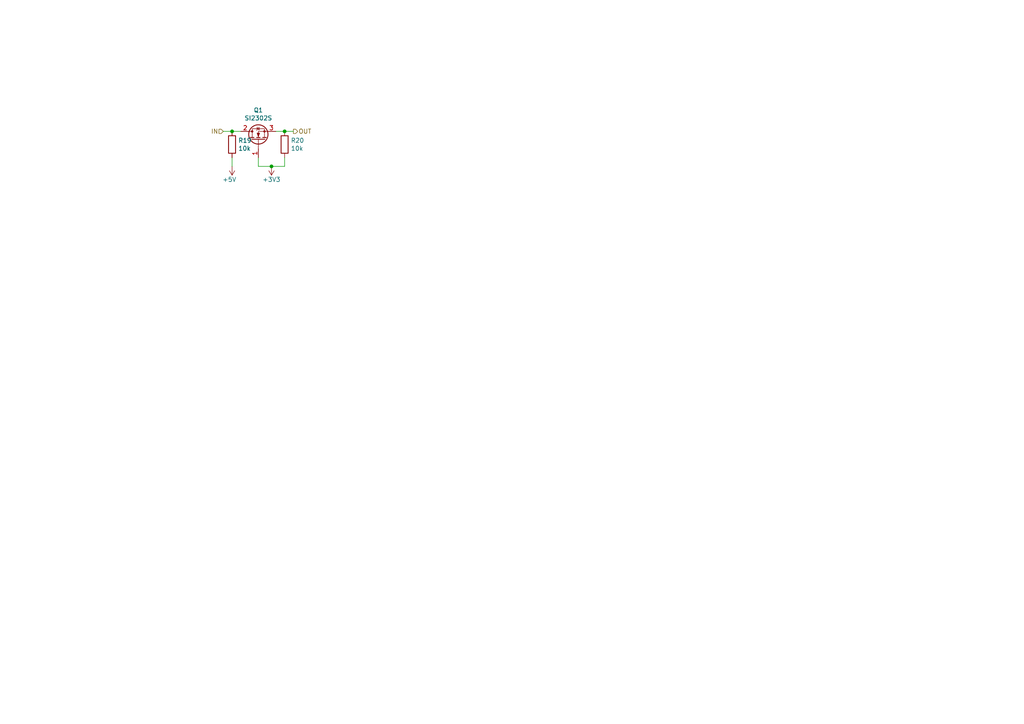
<source format=kicad_sch>
(kicad_sch (version 20211123) (generator eeschema)
  (paper "A4")
  (lib_symbols
    (symbol "Device:Q_NMOS_GDS" (pin_names (offset 0) hide)
      (property "Reference" "Q" (at 5.08 1.27 0))
      (property "Value" "Q_NMOS_GDS" (at 5.08 -1.27 0))
      (symbol "Q_NMOS_GDS_0_1"
        (polyline (pts (xy 0.254 0) (xy -2.54 0)))
        (polyline (pts (xy 0.254 1.905) (xy 0.254 -1.905)) (stroke (width 0.254)))
        (polyline (pts (xy 0.762 -1.27) (xy 0.762 -2.286)) (stroke (width 0.254)))
        (polyline (pts (xy 0.762 0.508) (xy 0.762 -0.508)) (stroke (width 0.254)))
        (polyline (pts (xy 0.762 2.286) (xy 0.762 1.27)) (stroke (width 0.254)))
        (polyline (pts (xy 2.54 2.54) (xy 2.54 1.778)))
        (polyline (pts (xy 2.54 -2.54) (xy 2.54 0) (xy 0.762 0)))
        (polyline (pts (xy 0.762 -1.778) (xy 3.302 -1.778) (xy 3.302 1.778) (xy 0.762 1.778)))
        (polyline (pts (xy 1.016 0) (xy 2.032 0.381) (xy 2.032 -0.381) (xy 1.016 0)) (fill (type outline)))
        (polyline (pts (xy 2.794 0.508) (xy 2.921 0.381) (xy 3.683 0.381) (xy 3.81 0.254)))
        (polyline (pts (xy 3.302 0.381) (xy 2.921 -0.254) (xy 3.683 -0.254) (xy 3.302 0.381)))
        (circle (center 1.651 0) (radius 2.794) (stroke (width 0.254)))
        (circle (center 2.54 -1.778) (radius 0.254) (fill (type outline)))
        (circle (center 2.54 1.778) (radius 0.254) (fill (type outline)))
      )
      (symbol "Q_NMOS_GDS_1_1"
        (pin input line (at -5.08 0 0) (length 2.54) (name "G") (number "1"))
        (pin passive line (at 2.54 5.08 270) (length 2.54) (name "D") (number "2"))
        (pin passive line (at 2.54 -5.08 90) (length 2.54) (name "S") (number "3"))
      )
    )
    (symbol "Device:R" (pin_numbers hide) (pin_names (offset 0))
      (property "Reference" "R" (at 2.032 0 90))
      (property "Value" "R" (at 0 0 90))
      (symbol "R_0_1"
        (rectangle (start -1.016 -2.54) (end 1.016 2.54) (stroke (width 0.254)))
      )
      (symbol "R_1_1"
        (pin passive line (at 0 3.81 270) (length 1.27) (name "~") (number "1"))
        (pin passive line (at 0 -3.81 90) (length 1.27) (name "~") (number "2"))
      )
    )
    (symbol "power:+3.3V" (power) (pin_names (offset 0))
      (property "Value" "+3.3V" (at 0 3.556 0))
      (symbol "+3.3V_0_1"
        (polyline (pts (xy -0.762 1.27) (xy 0 2.54)))
        (polyline (pts (xy 0 0) (xy 0 2.54)))
        (polyline (pts (xy 0 2.54) (xy 0.762 1.27)))
      )
      (symbol "+3.3V_1_1"
        (pin power_in line (at 0 0 90) (length 0) hide (name "+3V3") (number "1"))
      )
    )
    (symbol "power:+5V" (power) (pin_names (offset 0))
      (property "Value" "+5V" (at 0 3.556 0))
      (symbol "+5V_0_1"
        (polyline (pts (xy -0.762 1.27) (xy 0 2.54)))
        (polyline (pts (xy 0 0) (xy 0 2.54)))
        (polyline (pts (xy 0 2.54) (xy 0.762 1.27)))
      )
      (symbol "+5V_1_1"
        (pin power_in line (at 0 0 90) (length 0) hide (name "+5V") (number "1"))
      )
    )
  )
  (junction (at 78.74 48.26))
  (junction (at 67.31 38.1))
  (junction (at 82.55 38.1))
  (wire (pts (xy 80.01 38.1) (xy 82.55 38.1)))
  (wire (pts (xy 78.74 48.26) (xy 82.55 48.26)))
  (wire (pts (xy 74.93 48.26) (xy 78.74 48.26)))
  (wire (pts (xy 74.93 45.72) (xy 74.93 48.26)))
  (wire (pts (xy 67.31 38.1) (xy 69.85 38.1)))
  (wire (pts (xy 82.55 38.1) (xy 85.09 38.1)))
  (wire (pts (xy 64.77 38.1) (xy 67.31 38.1)))
  (wire (pts (xy 67.31 48.26) (xy 67.31 45.72)))
  (wire (pts (xy 82.55 48.26) (xy 82.55 45.72)))
  (hierarchical_label "IN" (shape input) (at 64.77 38.1 180))
  (hierarchical_label "OUT" (shape output) (at 85.09 38.1 0))
  (symbol (lib_id "Device:Q_NMOS_GDS") (at 74.93 40.64 90)
    (property "Reference" "Q1" (at 74.93 31.9532 90))
    (property "Value" "SI2302S" (at 74.93 34.2646 90))
    (property "Footprint" "Package_TO_SOT_SMD:SOT-23" (effects hide))
  )
  (symbol (lib_id "Device:R") (at 67.31 41.91 0)
    (property "Reference" "R19" (at 69.088 40.7416 0) (effects (justify left)))
    (property "Value" "10k" (at 69.088 43.053 0) (effects (justify left)))
    (property "Footprint" "Resistor_SMD:R_0805_2012Metric_Pad1.20x1.40mm_HandSolder" (effects hide))
  )
  (symbol (lib_id "power:+5V") (at 67.31 48.26 180)
    (property "Reference" "#PWR049" (effects hide))
    (property "Value" "+5V" (at 68.58 52.07 0) (effects (justify left)))
  )
  (symbol (lib_id "Device:R") (at 82.55 41.91 0)
    (property "Reference" "R20" (at 84.328 40.7416 0) (effects (justify left)))
    (property "Value" "10k" (at 84.328 43.053 0) (effects (justify left)))
    (property "Footprint" "Resistor_SMD:R_0805_2012Metric_Pad1.20x1.40mm_HandSolder" (effects hide))
  )
  (symbol (lib_id "power:+3.3V") (at 78.74 48.26 180)
    (property "Reference" "#PWR050" (effects hide))
    (property "Value" "+3.3V" (at 78.74 52.07 0))
  )
)
</source>
